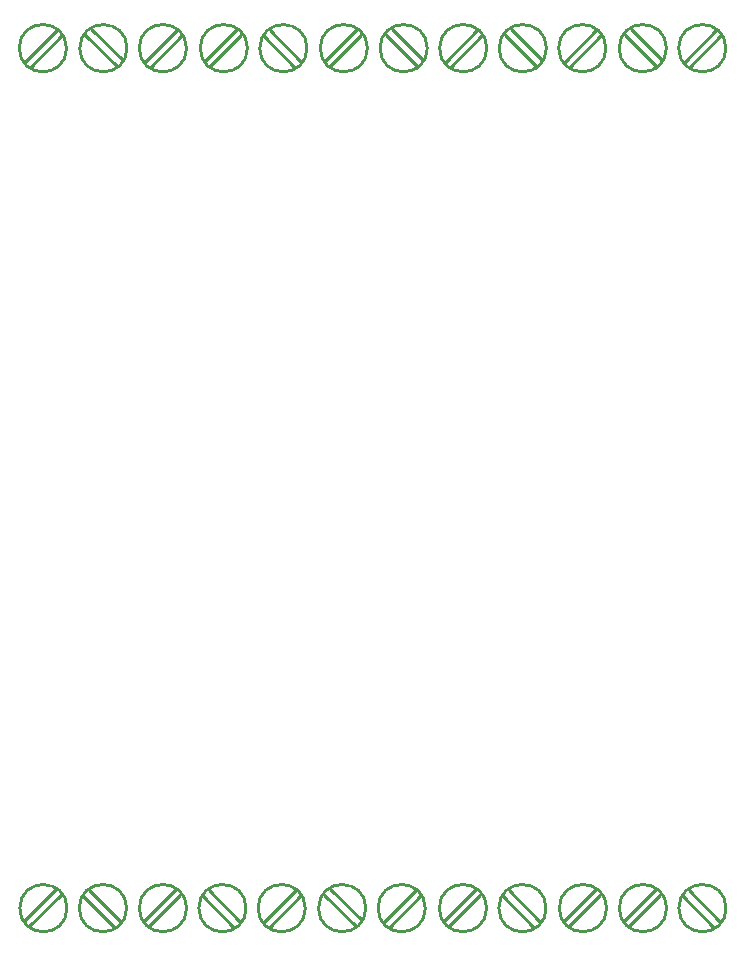
<source format=gm1>
G04*
G04 #@! TF.GenerationSoftware,Altium Limited,Altium Designer,24.5.2 (23)*
G04*
G04 Layer_Color=16711935*
%FSLAX44Y44*%
%MOMM*%
G71*
G04*
G04 #@! TF.SameCoordinates,E6D3E557-3EFE-479C-B101-03A66C20DB95*
G04*
G04*
G04 #@! TF.FilePolarity,Positive*
G04*
G01*
G75*
%ADD10C,0.2540*%
D10*
X638852Y789051D02*
G03*
X638852Y789051I-20000J0D01*
G01*
X588452D02*
G03*
X588452Y789051I-20000J0D01*
G01*
X436414D02*
G03*
X436414Y789051I-20000J0D01*
G01*
X386014D02*
G03*
X386014Y789051I-20000J0D01*
G01*
X537252D02*
G03*
X537252Y789051I-20000J0D01*
G01*
X486852D02*
G03*
X486852Y789051I-20000J0D01*
G01*
X233760D02*
G03*
X233760Y789051I-20000J0D01*
G01*
X335360D02*
G03*
X335360Y789051I-20000J0D01*
G01*
X284160D02*
G03*
X284160Y789051I-20000J0D01*
G01*
X182160D02*
G03*
X182160Y789051I-20000J0D01*
G01*
X80560D02*
G03*
X80560Y789051I-20000J0D01*
G01*
X131760D02*
G03*
X131760Y789051I-20000J0D01*
G01*
X131379Y60960D02*
G03*
X131379Y60960I-20000J0D01*
G01*
X80979D02*
G03*
X80979Y60960I-20000J0D01*
G01*
X232598D02*
G03*
X232598Y60960I-20000J0D01*
G01*
X182198D02*
G03*
X182198Y60960I-20000J0D01*
G01*
X486598D02*
G03*
X486598Y60960I-20000J0D01*
G01*
X537798D02*
G03*
X537798Y60960I-20000J0D01*
G01*
X436198D02*
G03*
X436198Y60960I-20000J0D01*
G01*
X333944D02*
G03*
X333944Y60960I-20000J0D01*
G01*
X282744D02*
G03*
X282744Y60960I-20000J0D01*
G01*
X384344D02*
G03*
X384344Y60960I-20000J0D01*
G01*
X638998D02*
G03*
X638998Y60960I-20000J0D01*
G01*
X588598D02*
G03*
X588598Y60960I-20000J0D01*
G01*
X558292Y805561D02*
X584962Y778891D01*
X579882Y772541D02*
Y773811D01*
X553212Y800481D02*
X579882Y773811D01*
X607822Y772541D02*
X635127Y799846D01*
X604012Y777621D02*
X630682Y804291D01*
X355854Y805561D02*
X382524Y778891D01*
X377444Y772541D02*
Y773811D01*
X350774Y800481D02*
X377444Y773811D01*
X405384Y772541D02*
X432689Y799846D01*
X401574Y777621D02*
X428244Y804291D01*
X456692Y805561D02*
X483362Y778891D01*
X478282Y772541D02*
Y773811D01*
X451612Y800481D02*
X478282Y773811D01*
X506222Y772541D02*
X533527Y799846D01*
X502412Y777621D02*
X529082Y804291D01*
X197485Y778256D02*
X224790Y805561D01*
X201930Y773811D02*
X228600Y800481D01*
X299085Y778256D02*
X326390Y805561D01*
X303530Y773811D02*
X330200Y800481D01*
X247650Y799211D02*
X274320Y772541D01*
X252730Y804291D02*
X279400Y777621D01*
X151130Y772541D02*
X178435Y799846D01*
X147320Y777621D02*
X173990Y804291D01*
X49530Y772541D02*
X76835Y799846D01*
X45720Y777621D02*
X72390Y804291D01*
X101600Y805561D02*
X128270Y778891D01*
X96520Y800481D02*
X123190Y773811D01*
X49149Y45720D02*
X75819Y72390D01*
X44704Y50165D02*
X72009Y77470D01*
X99949Y76200D02*
X126619Y49530D01*
X99949Y76200D02*
Y77470D01*
X94869Y71120D02*
X121539Y44450D01*
X150368Y45720D02*
X177038Y72390D01*
X145923Y50165D02*
X173228Y77470D01*
X201168Y76200D02*
X227838Y49530D01*
X201168Y76200D02*
Y77470D01*
X196088Y71120D02*
X222758Y44450D01*
X455168Y76200D02*
X481838Y49530D01*
X450088Y71120D02*
X476758Y44450D01*
X505968Y45720D02*
X532638Y72390D01*
X501523Y50165D02*
X528828Y77470D01*
X404368Y45720D02*
X431038Y72390D01*
X399923Y50165D02*
X427228Y77470D01*
X298704Y72390D02*
X325374Y45720D01*
X303784Y77470D02*
X330454Y50800D01*
X247904Y49530D02*
X274574Y76200D01*
X251714Y44450D02*
X279019Y71755D01*
X349504Y49530D02*
X376174Y76200D01*
X353314Y44450D02*
X380619Y71755D01*
X556768Y45720D02*
X583438Y72390D01*
X552323Y50165D02*
X579628Y77470D01*
X607568Y76200D02*
X634238Y49530D01*
X607568Y76200D02*
Y77470D01*
X602488Y71120D02*
X629158Y44450D01*
M02*

</source>
